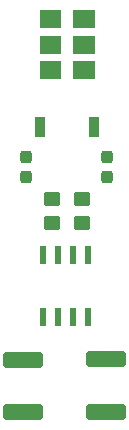
<source format=gbr>
%TF.GenerationSoftware,KiCad,Pcbnew,(6.0.4)*%
%TF.CreationDate,2022-10-02T20:23:54-04:00*%
%TF.ProjectId,NANO_HAT,4e414e4f-5f48-4415-942e-6b696361645f,rev?*%
%TF.SameCoordinates,Original*%
%TF.FileFunction,Paste,Bot*%
%TF.FilePolarity,Positive*%
%FSLAX46Y46*%
G04 Gerber Fmt 4.6, Leading zero omitted, Abs format (unit mm)*
G04 Created by KiCad (PCBNEW (6.0.4)) date 2022-10-02 20:23:54*
%MOMM*%
%LPD*%
G01*
G04 APERTURE LIST*
G04 Aperture macros list*
%AMRoundRect*
0 Rectangle with rounded corners*
0 $1 Rounding radius*
0 $2 $3 $4 $5 $6 $7 $8 $9 X,Y pos of 4 corners*
0 Add a 4 corners polygon primitive as box body*
4,1,4,$2,$3,$4,$5,$6,$7,$8,$9,$2,$3,0*
0 Add four circle primitives for the rounded corners*
1,1,$1+$1,$2,$3*
1,1,$1+$1,$4,$5*
1,1,$1+$1,$6,$7*
1,1,$1+$1,$8,$9*
0 Add four rect primitives between the rounded corners*
20,1,$1+$1,$2,$3,$4,$5,0*
20,1,$1+$1,$4,$5,$6,$7,0*
20,1,$1+$1,$6,$7,$8,$9,0*
20,1,$1+$1,$8,$9,$2,$3,0*%
G04 Aperture macros list end*
%ADD10C,0.010000*%
%ADD11RoundRect,0.250000X-0.450000X0.350000X-0.450000X-0.350000X0.450000X-0.350000X0.450000X0.350000X0*%
%ADD12RoundRect,0.237500X-0.237500X0.300000X-0.237500X-0.300000X0.237500X-0.300000X0.237500X0.300000X0*%
%ADD13RoundRect,0.250000X1.450000X-0.400000X1.450000X0.400000X-1.450000X0.400000X-1.450000X-0.400000X0*%
%ADD14RoundRect,0.041300X-0.253700X0.748700X-0.253700X-0.748700X0.253700X-0.748700X0.253700X0.748700X0*%
%ADD15R,0.960000X1.730000*%
G04 APERTURE END LIST*
%TO.C,VR1*%
G36*
X161810000Y-74867500D02*
G01*
X160100000Y-74867500D01*
X160100000Y-73437500D01*
X161810000Y-73437500D01*
X161810000Y-74867500D01*
G37*
D10*
X161810000Y-74867500D02*
X160100000Y-74867500D01*
X160100000Y-73437500D01*
X161810000Y-73437500D01*
X161810000Y-74867500D01*
G36*
X164630000Y-74867500D02*
G01*
X162920000Y-74867500D01*
X162920000Y-73437500D01*
X164630000Y-73437500D01*
X164630000Y-74867500D01*
G37*
X164630000Y-74867500D02*
X162920000Y-74867500D01*
X162920000Y-73437500D01*
X164630000Y-73437500D01*
X164630000Y-74867500D01*
G36*
X164630000Y-72697500D02*
G01*
X162920000Y-72697500D01*
X162920000Y-71267500D01*
X164630000Y-71267500D01*
X164630000Y-72697500D01*
G37*
X164630000Y-72697500D02*
X162920000Y-72697500D01*
X162920000Y-71267500D01*
X164630000Y-71267500D01*
X164630000Y-72697500D01*
G36*
X161810000Y-70527500D02*
G01*
X160100000Y-70527500D01*
X160100000Y-69097500D01*
X161810000Y-69097500D01*
X161810000Y-70527500D01*
G37*
X161810000Y-70527500D02*
X160100000Y-70527500D01*
X160100000Y-69097500D01*
X161810000Y-69097500D01*
X161810000Y-70527500D01*
G36*
X164630000Y-70527500D02*
G01*
X162920000Y-70527500D01*
X162920000Y-69097500D01*
X164630000Y-69097500D01*
X164630000Y-70527500D01*
G37*
X164630000Y-70527500D02*
X162920000Y-70527500D01*
X162920000Y-69097500D01*
X164630000Y-69097500D01*
X164630000Y-70527500D01*
G36*
X161810000Y-72697500D02*
G01*
X160100000Y-72697500D01*
X160100000Y-71267500D01*
X161810000Y-71267500D01*
X161810000Y-72697500D01*
G37*
X161810000Y-72697500D02*
X160100000Y-72697500D01*
X160100000Y-71267500D01*
X161810000Y-71267500D01*
X161810000Y-72697500D01*
%TD*%
D11*
%TO.C,R1*%
X161065000Y-85085000D03*
X161065000Y-87085000D03*
%TD*%
%TO.C,R2*%
X163665000Y-85085000D03*
X163665000Y-87085000D03*
%TD*%
D12*
%TO.C,C2*%
X158900000Y-81537500D03*
X158900000Y-83262500D03*
%TD*%
%TO.C,C1*%
X165800000Y-81537500D03*
X165800000Y-83262500D03*
%TD*%
D13*
%TO.C,D2*%
X158665000Y-103135000D03*
X158665000Y-98685000D03*
%TD*%
D14*
%TO.C,U1*%
X160360000Y-89860000D03*
X161630000Y-89860000D03*
X162900000Y-89860000D03*
X164170000Y-89860000D03*
X164170000Y-95110000D03*
X162900000Y-95110000D03*
X161630000Y-95110000D03*
X160360000Y-95110000D03*
%TD*%
D13*
%TO.C,D1*%
X165665000Y-103110000D03*
X165665000Y-98660000D03*
%TD*%
D15*
%TO.C,VR1*%
X164650000Y-79002500D03*
X160080000Y-79002500D03*
%TD*%
M02*

</source>
